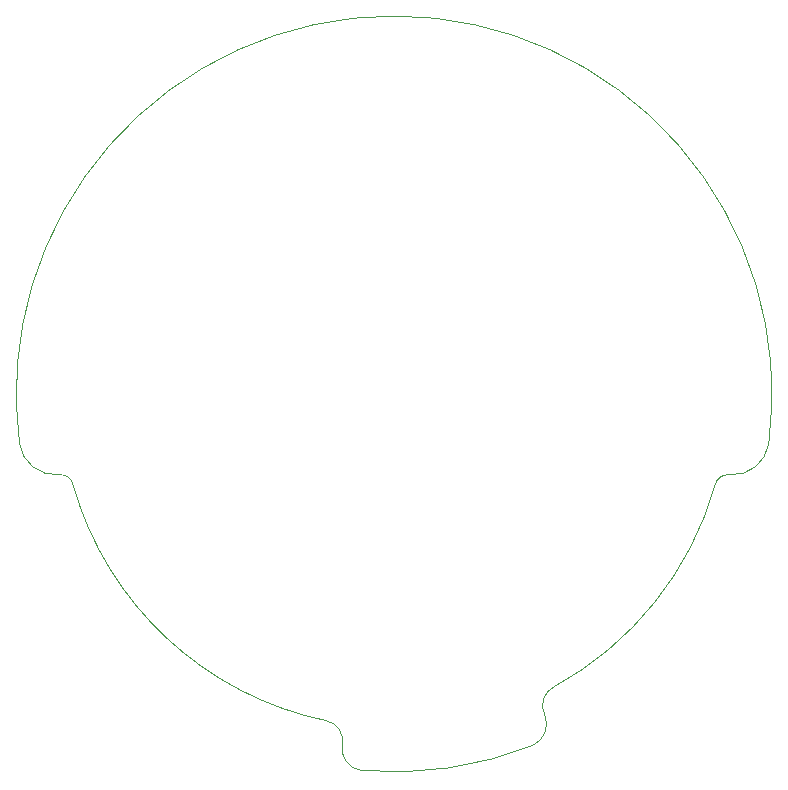
<source format=gm1>
%TF.GenerationSoftware,KiCad,Pcbnew,7.0.5-0*%
%TF.CreationDate,2023-07-29T12:44:27-07:00*%
%TF.ProjectId,ergodonk_simple,6572676f-646f-46e6-9b5f-73696d706c65,rev?*%
%TF.SameCoordinates,Original*%
%TF.FileFunction,Profile,NP*%
%FSLAX46Y46*%
G04 Gerber Fmt 4.6, Leading zero omitted, Abs format (unit mm)*
G04 Created by KiCad (PCBNEW 7.0.5-0) date 2023-07-29 12:44:27*
%MOMM*%
%LPD*%
G01*
G04 APERTURE LIST*
%TA.AperFunction,Profile*%
%ADD10C,0.120000*%
%TD*%
G04 APERTURE END LIST*
D10*
%TO.C,REF\u002A\u002A*%
X192819998Y-98089999D02*
G75*
G03*
X129380002Y-98090000I-31719998J4199999D01*
G01*
X129380000Y-98090000D02*
G75*
G03*
X132752839Y-100725602I3060000J440001D01*
G01*
X133918195Y-101595268D02*
G75*
G03*
X132752839Y-100725603I-1078596J-229701D01*
G01*
X156725839Y-123562257D02*
G75*
G03*
X155382421Y-121560002I-1745783J280475D01*
G01*
X133918195Y-101595268D02*
G75*
G03*
X155382772Y-121558303I27181805J7705268D01*
G01*
X156716317Y-123560727D02*
G75*
G03*
X158342421Y-125770000I1846105J-344272D01*
G01*
X158342421Y-125770000D02*
G75*
G03*
X172813213Y-123668168I2757579J31880000D01*
G01*
X172810000Y-123659999D02*
G75*
G03*
X173863755Y-121092914I-780000J1819999D01*
G01*
X174630004Y-118690008D02*
G75*
G03*
X173871878Y-121088509I778516J-1565142D01*
G01*
X174630000Y-118689999D02*
G75*
G03*
X188279748Y-101594684I-13530002J24800001D01*
G01*
X189447159Y-100725629D02*
G75*
G03*
X188281805Y-101595267I-86759J-1099371D01*
G01*
X189447161Y-100725602D02*
G75*
G03*
X192819999Y-98089999I312839J3075602D01*
G01*
%TD*%
M02*

</source>
